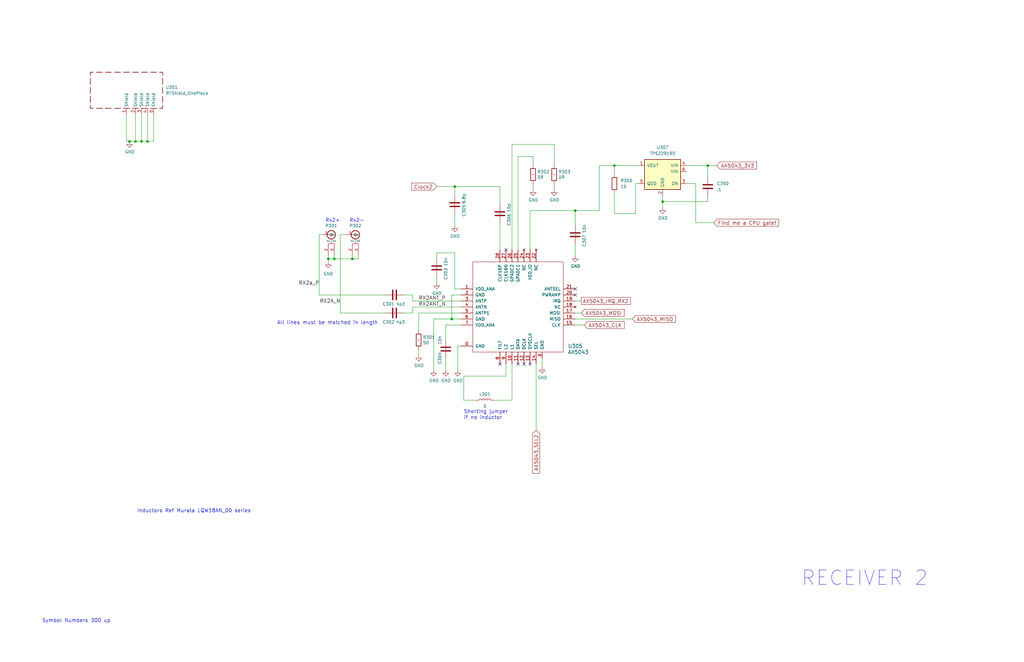
<source format=kicad_sch>
(kicad_sch (version 20230121) (generator eeschema)
  (paper "USLedger")
  (title_block (title "Radiation Tolerant PacSat Communication") (date "2023-06-17") (rev "A") (company "AMSAT-NA") (comment 1 "N5BRG"))
  (lib_symbols
    (symbol "Device:C" (pin_numbers hide) (pin_names (offset 0.254))
      (property "Reference" "C" (at 0.635 2.54 0))
      (property "Value" "C" (at 0.635 -2.54 0))
      (symbol "C_0_1"
        (polyline (pts (xy -2.032 -0.762) (xy 2.032 -0.762)) (stroke (width 0.508)))
        (polyline (pts (xy -2.032 0.762) (xy 2.032 0.762)) (stroke (width 0.508)))
      )
      (symbol "C_1_1"
        (pin passive line (at 0 3.81 270) (length 2.794) (name "~") (number "1"))
        (pin passive line (at 0 -3.81 90) (length 2.794) (name "~") (number "2"))
      )
    )
    (symbol "Device:L" (pin_numbers hide) (pin_names (offset 1.016) hide)
      (property "Reference" "L" (at -1.27 0 90))
      (property "Value" "L" (at 1.905 0 90))
      (symbol "L_0_1"
        (arc (start 0 -2.54) (mid 0.6323 -1.905) (end 0 -1.27))
        (arc (start 0 -1.27) (mid 0.6323 -0.635) (end 0 0))
        (arc (start 0 0) (mid 0.6323 0.635) (end 0 1.27))
        (arc (start 0 1.27) (mid 0.6323 1.905) (end 0 2.54))
      )
      (symbol "L_1_1"
        (pin passive line (at 0 3.81 270) (length 1.27) (name "1") (number "1"))
        (pin passive line (at 0 -3.81 90) (length 1.27) (name "2") (number "2"))
      )
    )
    (symbol "Device:R" (pin_numbers hide) (pin_names (offset 0))
      (property "Reference" "R" (at 2.032 0 90))
      (property "Value" "R" (at 0 0 90))
      (symbol "R_0_1"
        (rectangle (start -1.016 -2.54) (end 1.016 2.54) (stroke (width 0.254)))
      )
      (symbol "R_1_1"
        (pin passive line (at 0 3.81 270) (length 1.27) (name "~") (number "1"))
        (pin passive line (at 0 -3.81 90) (length 1.27) (name "~") (number "2"))
      )
    )
    (symbol "PACSAT_DEV_misc:AX5043" (pin_names (offset 1.016))
      (property "Reference" "U156" (at 16.51 -21.59 0))
      (property "Value" "AX5043" (at -5.08 0 0))
      (symbol "AX5043_0_1"
        (rectangle (start -19.05 19.05) (end 19.05 -19.05))
      )
      (symbol "AX5043_1_1"
        (pin passive line (at -24.13 -16.51 0) (length 5.08) (name "GND") (number "0"))
        (pin power_in line (at 10.16 -21.59 90) (length 2.54) (name "GND") (number "0"))
        (pin passive line (at -24.13 7.62 0) (length 5.08) (name "VDD_ANA") (number "1"))
        (pin passive line (at -2.54 -24.13 90) (length 5.08) (name "L1") (number "10"))
        (pin input line (at 0 -24.13 90) (length 5.08) (name "DATA") (number "11"))
        (pin input line (at 2.54 -24.13 90) (length 5.08) (name "DCLK") (number "12"))
        (pin output line (at 5.08 -24.13 90) (length 5.08) (name "SYSCLK") (number "13"))
        (pin input line (at 7.62 -24.13 90) (length 5.08) (name "SEL") (number "14"))
        (pin input line (at 24.13 -7.62 180) (length 5.08) (name "CLK") (number "15"))
        (pin tri_state line (at 24.13 -5.08 180) (length 5.08) (name "MISO") (number "16"))
        (pin input line (at 24.13 -2.54 180) (length 5.08) (name "MOSI") (number "17"))
        (pin no_connect line (at 24.13 0 180) (length 5.08) (name "NC") (number "18"))
        (pin output line (at 24.13 2.54 180) (length 5.08) (name "IRQ") (number "19"))
        (pin input line (at -24.13 5.08 0) (length 5.08) (name "GND") (number "2"))
        (pin output line (at 24.13 5.08 180) (length 5.08) (name "PWRAMP") (number "20"))
        (pin output line (at 24.13 7.62 180) (length 5.08) (name "ANTSEL") (number "21"))
        (pin no_connect line (at 7.62 24.13 270) (length 5.08) (name "NC") (number "22"))
        (pin passive line (at 5.08 24.13 270) (length 5.08) (name "VDD_IO") (number "23"))
        (pin no_connect line (at 2.54 24.13 270) (length 5.08) (name "NC") (number "24"))
        (pin input line (at 0 24.13 270) (length 5.08) (name "GPADC1") (number "25"))
        (pin input line (at -2.54 24.13 270) (length 5.08) (name "GPADC2") (number "26"))
        (pin passive line (at -5.08 24.13 270) (length 5.08) (name "CLK16N") (number "27"))
        (pin passive line (at -7.62 24.13 270) (length 5.08) (name "CLK16P") (number "28"))
        (pin bidirectional line (at -24.13 2.54 0) (length 5.08) (name "ANTP") (number "3"))
        (pin bidirectional line (at -24.13 0 0) (length 5.08) (name "ANTN") (number "4"))
        (pin output line (at -24.13 -2.54 0) (length 5.08) (name "ANTP1") (number "5"))
        (pin input line (at -24.13 -5.08 0) (length 5.08) (name "GND") (number "6"))
        (pin passive line (at -24.13 -7.62 0) (length 5.08) (name "VDD_ANA") (number "7"))
        (pin passive line (at -7.62 -24.13 90) (length 5.08) (name "FILT") (number "8"))
        (pin passive line (at -5.08 -24.13 90) (length 5.08) (name "L2") (number "9"))
      )
    )
    (symbol "PACSAT_DEV_misc:RF_SHIELD_BOX"
      (property "Reference" "U" (at -15.24 8.89 0))
      (symbol "RF_SHIELD_BOX_0_1"
        (polyline (pts (xy -16.51 -5.08) (xy -16.51 -2.54)) (stroke (width 0.254)))
        (polyline (pts (xy -16.51 -1.27) (xy -16.51 1.27)) (stroke (width 0.254)))
        (polyline (pts (xy -16.51 2.54) (xy -16.51 5.08)) (stroke (width 0.254)))
        (polyline (pts (xy -13.97 7.62) (xy -11.43 7.62)) (stroke (width 0.254)))
        (polyline (pts (xy -11.43 -7.62) (xy -13.97 -7.62)) (stroke (width 0.254)))
        (polyline (pts (xy -7.62 -7.62) (xy -10.16 -7.62)) (stroke (width 0.254)))
        (polyline (pts (xy -7.62 7.62) (xy -10.16 7.62)) (stroke (width 0.254)))
        (polyline (pts (xy -3.81 -7.62) (xy -6.35 -7.62)) (stroke (width 0.254)))
        (polyline (pts (xy -3.81 7.62) (xy -6.35 7.62)) (stroke (width 0.254)))
        (polyline (pts (xy -2.54 -7.62) (xy 0 -7.62)) (stroke (width 0.254)))
        (polyline (pts (xy 0 7.62) (xy -2.54 7.62)) (stroke (width 0.254)))
        (polyline (pts (xy 1.27 -7.62) (xy 3.81 -7.62)) (stroke (width 0.254)))
        (polyline (pts (xy 3.81 7.62) (xy 1.27 7.62)) (stroke (width 0.254)))
        (polyline (pts (xy 5.08 -7.62) (xy 7.62 -7.62)) (stroke (width 0.254)))
        (polyline (pts (xy 7.62 7.62) (xy 5.08 7.62)) (stroke (width 0.254)))
        (polyline (pts (xy 8.89 -7.62) (xy 11.43 -7.62)) (stroke (width 0.254)))
        (polyline (pts (xy 11.43 7.62) (xy 8.89 7.62)) (stroke (width 0.254)))
        (polyline (pts (xy 13.97 -5.08) (xy 13.97 -2.54)) (stroke (width 0.254)))
        (polyline (pts (xy 13.97 -1.27) (xy 13.97 1.27)) (stroke (width 0.254)))
        (polyline (pts (xy 13.97 2.54) (xy 13.97 5.08)) (stroke (width 0.254)))
        (polyline (pts (xy -16.51 6.35) (xy -16.51 7.62) (xy -15.24 7.62)) (stroke (width 0.254)))
        (polyline (pts (xy -15.24 -7.62) (xy -16.51 -7.62) (xy -16.51 -6.35)) (stroke (width 0.254)))
        (polyline (pts (xy 12.7 -7.62) (xy 13.97 -7.62) (xy 13.97 -6.35)) (stroke (width 0.254)))
        (polyline (pts (xy 13.97 6.35) (xy 13.97 7.62) (xy 12.7 7.62)) (stroke (width 0.254)))
      )
      (symbol "RF_SHIELD_BOX_1_1"
        (pin power_in line (at -1.27 -10.16 90) (length 2.54) (name "Shield") (number "1"))
        (pin power_in line (at 2.54 -10.16 90) (length 2.54) (name "Shield") (number "2"))
        (pin power_in line (at 5.08 -10.16 90) (length 2.54) (name "Shield") (number "3"))
        (pin power_in line (at 7.62 -10.16 90) (length 2.54) (name "Shield") (number "4"))
        (pin power_in line (at 10.16 -10.16 90) (length 2.54) (name "Shield") (number "5"))
      )
    )
    (symbol "PACSAT_DEV_misc:U_FL"
      (property "Reference" "U" (at -3.81 2.54 0))
      (symbol "U_FL_0_1"
        (polyline (pts (xy -1.27 -3.81) (xy 1.27 -3.81)))
        (polyline (pts (xy 0 -3.81) (xy 0 -1.778)))
        (circle (center 0 0) (radius 0.508) (stroke (width 0.2032)))
        (circle (center 0 0) (radius 1.778) (stroke (width 0.3048)))
      )
      (symbol "U_FL_1_1"
        (pin bidirectional line (at -3.81 0 0) (length 3.302) (name "In") (number "1"))
        (pin power_in line (at -1.27 -8.89 90) (length 5.08) (name "2") (number "2"))
        (pin power_in line (at 1.27 -8.89 90) (length 5.08) (name "3") (number "3"))
      )
    )
    (symbol "Power_Management:TPS22929D" (pin_names (offset 1.016))
      (property "Reference" "U96" (at 0 12.7 0))
      (property "Value" "TPS22919D" (at 0 10.16 0))
      (symbol "TPS22929D_0_1"
        (rectangle (start -7.62 7.62) (end 7.62 -5.08) (stroke (width 0.254)) (fill (type background)))
      )
      (symbol "TPS22929D_1_1"
        (pin power_out line (at 10.16 5.08 180) (length 2.54) (name "VOUT") (number "1"))
        (pin power_in line (at 0 -7.62 90) (length 2.54) (name "GND") (number "2"))
        (pin input line (at -10.16 -2.54 0) (length 2.54) (name "ON") (number "3"))
        (pin power_in line (at -10.16 5.08 0) (length 2.54) (name "VIN") (number "4"))
        (pin power_in line (at 10.16 -2.54 180) (length 2.54) (name "QOD") (number "5"))
        (pin power_in line (at -10.16 2.54 0) (length 2.54) (name "VIN") (number "6"))
      )
    )
    (symbol "power:GND" (power) (pin_names (offset 0))
      (property "Value" "GND" (at 0 -3.81 0))
      (symbol "GND_0_1"
        (polyline (pts (xy 0 0) (xy 0 -1.27) (xy 1.27 -1.27) (xy 0 -2.54) (xy -1.27 -1.27) (xy 0 -1.27)))
      )
      (symbol "GND_1_1"
        (pin power_in line (at 0 0 270) (length 0) hide (name "GND") (number "1"))
      )
    )
  )
  (junction (at 140.97 109.22))
  (junction (at 57.15 59.69))
  (junction (at 190.5 134.62))
  (junction (at 148.59 109.22))
  (junction (at 298.45 69.85))
  (junction (at 259.08 69.85))
  (junction (at 138.43 109.22))
  (junction (at 59.69 59.69))
  (junction (at 279.4 85.09))
  (junction (at 62.23 59.69))
  (junction (at 191.77 78.74))
  (junction (at 54.61 59.69))
  (junction (at 242.57 88.9))
  (no_connect (at 220.98 153.67))
  (no_connect (at 210.82 153.67))
  (no_connect (at 213.36 105.41))
  (no_connect (at 242.57 121.92))
  (no_connect (at 223.52 153.67))
  (no_connect (at 218.44 153.67))
  (no_connect (at 242.57 124.46))
  (wire (pts (xy 218.44 66.04) (xy 224.79 66.04)))
  (wire (pts (xy 191.77 106.68) (xy 184.15 106.68)))
  (wire (pts (xy 279.4 85.09) (xy 279.4 87.63)))
  (wire (pts (xy 190.5 134.62) (xy 194.31 134.62)))
  (wire (pts (xy 143.51 132.08) (xy 162.56 132.08)))
  (wire (pts (xy 298.45 69.85) (xy 298.45 74.93)))
  (wire (pts (xy 242.57 88.9) (xy 252.73 88.9)))
  (wire (pts (xy 176.53 132.08) (xy 194.31 132.08)))
  (wire (pts (xy 233.68 60.96) (xy 233.68 69.85)))
  (wire (pts (xy 53.34 48.26) (xy 53.34 59.69)))
  (wire (pts (xy 279.4 82.55) (xy 279.4 85.09)))
  (wire (pts (xy 191.77 78.74) (xy 191.77 82.55)))
  (wire (pts (xy 208.28 168.91) (xy 215.9 168.91)))
  (wire (pts (xy 138.43 109.22) (xy 140.97 109.22)))
  (wire (pts (xy 140.97 109.22) (xy 148.59 109.22)))
  (wire (pts (xy 191.77 121.92) (xy 191.77 106.68)))
  (wire (pts (xy 210.82 78.74) (xy 191.77 78.74)))
  (wire (pts (xy 140.97 107.95) (xy 140.97 109.22)))
  (wire (pts (xy 59.69 59.69) (xy 62.23 59.69)))
  (wire (pts (xy 213.36 158.75) (xy 195.58 158.75)))
  (wire (pts (xy 267.97 90.17) (xy 267.97 77.47)))
  (wire (pts (xy 184.15 106.68) (xy 184.15 109.22)))
  (wire (pts (xy 242.57 95.25) (xy 242.57 88.9)))
  (wire (pts (xy 184.15 116.84) (xy 184.15 119.38)))
  (wire (pts (xy 267.97 77.47) (xy 269.24 77.47)))
  (wire (pts (xy 173.99 132.08) (xy 173.99 129.54)))
  (wire (pts (xy 259.08 69.85) (xy 259.08 73.66)))
  (wire (pts (xy 143.51 99.06) (xy 143.51 132.08)))
  (wire (pts (xy 57.15 59.69) (xy 59.69 59.69)))
  (wire (pts (xy 57.15 48.26) (xy 57.15 59.69)))
  (wire (pts (xy 218.44 66.04) (xy 218.44 105.41)))
  (wire (pts (xy 138.43 109.22) (xy 138.43 110.49)))
  (wire (pts (xy 259.08 81.28) (xy 259.08 90.17)))
  (wire (pts (xy 279.4 85.09) (xy 298.45 85.09)))
  (wire (pts (xy 182.88 134.62) (xy 190.5 134.62)))
  (wire (pts (xy 215.9 153.67) (xy 215.9 168.91)))
  (wire (pts (xy 62.23 59.69) (xy 64.77 59.69)))
  (wire (pts (xy 289.56 77.47) (xy 293.37 77.47)))
  (wire (pts (xy 289.56 69.85) (xy 298.45 69.85)))
  (wire (pts (xy 259.08 69.85) (xy 252.73 69.85)))
  (wire (pts (xy 193.04 146.05) (xy 193.04 156.21)))
  (wire (pts (xy 195.58 158.75) (xy 195.58 168.91)))
  (wire (pts (xy 194.31 124.46) (xy 190.5 124.46)))
  (wire (pts (xy 269.24 69.85) (xy 259.08 69.85)))
  (wire (pts (xy 223.52 88.9) (xy 242.57 88.9)))
  (wire (pts (xy 233.68 77.47) (xy 233.68 80.01)))
  (wire (pts (xy 242.57 127) (xy 245.11 127)))
  (wire (pts (xy 135.89 99.06) (xy 134.62 99.06)))
  (wire (pts (xy 242.57 132.08) (xy 245.11 132.08)))
  (wire (pts (xy 252.73 69.85) (xy 252.73 88.9)))
  (wire (pts (xy 226.06 153.67) (xy 226.06 181.61)))
  (wire (pts (xy 224.79 77.47) (xy 224.79 80.01)))
  (wire (pts (xy 173.99 127) (xy 194.31 127)))
  (wire (pts (xy 210.82 78.74) (xy 210.82 86.36)))
  (wire (pts (xy 134.62 99.06) (xy 134.62 124.46)))
  (wire (pts (xy 242.57 102.87) (xy 242.57 107.95)))
  (wire (pts (xy 54.61 59.69) (xy 57.15 59.69)))
  (wire (pts (xy 293.37 77.47) (xy 293.37 93.98)))
  (wire (pts (xy 187.96 137.16) (xy 187.96 143.51)))
  (wire (pts (xy 148.59 107.95) (xy 148.59 109.22)))
  (wire (pts (xy 194.31 146.05) (xy 193.04 146.05)))
  (wire (pts (xy 215.9 60.96) (xy 233.68 60.96)))
  (wire (pts (xy 223.52 105.41) (xy 223.52 88.9)))
  (wire (pts (xy 62.23 48.26) (xy 62.23 59.69)))
  (wire (pts (xy 259.08 90.17) (xy 267.97 90.17)))
  (wire (pts (xy 194.31 121.92) (xy 191.77 121.92)))
  (wire (pts (xy 138.43 107.95) (xy 138.43 109.22)))
  (wire (pts (xy 170.18 132.08) (xy 173.99 132.08)))
  (wire (pts (xy 170.18 124.46) (xy 173.99 124.46)))
  (wire (pts (xy 146.05 99.06) (xy 143.51 99.06)))
  (wire (pts (xy 182.88 156.21) (xy 182.88 134.62)))
  (wire (pts (xy 298.45 69.85) (xy 302.26 69.85)))
  (wire (pts (xy 195.58 168.91) (xy 200.66 168.91)))
  (wire (pts (xy 173.99 124.46) (xy 173.99 127)))
  (wire (pts (xy 148.59 109.22) (xy 151.13 109.22)))
  (wire (pts (xy 134.62 124.46) (xy 162.56 124.46)))
  (wire (pts (xy 242.57 137.16) (xy 246.38 137.16)))
  (wire (pts (xy 242.57 134.62) (xy 266.7 134.62)))
  (wire (pts (xy 293.37 93.98) (xy 300.99 93.98)))
  (wire (pts (xy 151.13 107.95) (xy 151.13 109.22)))
  (wire (pts (xy 228.6 151.13) (xy 228.6 154.94)))
  (wire (pts (xy 59.69 48.26) (xy 59.69 59.69)))
  (wire (pts (xy 215.9 60.96) (xy 215.9 105.41)))
  (wire (pts (xy 210.82 93.98) (xy 210.82 105.41)))
  (wire (pts (xy 176.53 132.08) (xy 176.53 139.7)))
  (wire (pts (xy 64.77 48.26) (xy 64.77 59.69)))
  (wire (pts (xy 173.99 129.54) (xy 194.31 129.54)))
  (wire (pts (xy 194.31 137.16) (xy 187.96 137.16)))
  (wire (pts (xy 53.34 59.69) (xy 54.61 59.69)))
  (wire (pts (xy 187.96 151.13) (xy 187.96 156.21)))
  (wire (pts (xy 190.5 124.46) (xy 190.5 134.62)))
  (wire (pts (xy 191.77 90.17) (xy 191.77 95.25)))
  (wire (pts (xy 298.45 82.55) (xy 298.45 85.09)))
  (wire (pts (xy 184.15 78.74) (xy 191.77 78.74)))
  (wire (pts (xy 213.36 153.67) (xy 213.36 158.75)))
  (wire (pts (xy 224.79 66.04) (xy 224.79 69.85)))
  (wire (pts (xy 176.53 147.32) (xy 176.53 149.86)))
  (text "Inductors Ref Murata LQW18AN_00 series" (at 57.785 216.535 0) (effects (font (size 1.524 1.524)) (justify left bottom)))
  (text "Rx2-" (at 147.32 93.98 0) (effects (font (size 1.524 1.524)) (justify left bottom)))
  (text "All lines must be matched in length" (at 116.84 137.16 0) (effects (font (size 1.524 1.524)) (justify left bottom)))
  (text "Rx2+" (at 137.16 93.98 0) (effects (font (size 1.524 1.524)) (justify left bottom)))
  (text "Symbol Numbers 300 up" (at 17.78 262.89 0) (effects (font (size 1.524 1.524)) (justify left bottom)))
  (text "Shorting jumper\nif no inductor" (at 195.58 177.165 0) (effects (font (size 1.524 1.524)) (justify left bottom)))
  (text "RECEIVER 2" (at 337.82 247.65 0) (effects (font (size 6.096 6.096)) (justify left bottom)))
  (label "RX2ANT_P" (at 176.53 127 0) (effects (font (size 1.524 1.524))))
  (label "RX2A_N" (at 143.51 128.27 180) (effects (font (size 1.524 1.524))))
  (label "RX2a_P" (at 134.62 120.65 180) (effects (font (size 1.524 1.524))))
  (label "RX2ANT_N" (at 176.53 129.54 0) (effects (font (size 1.524 1.524))))
  (global_label "AX5043_MISO" (shape input) (at 266.7 134.62 0) (effects (font (size 1.524 1.524))) (property "Intersheetrefs" "${INTERSHEET_REFS}" (effects hide)))
  (global_label "Clock2" (shape input) (at 184.15 78.74 180) (effects (font (size 1.524 1.524))) (property "Intersheetrefs" "${INTERSHEET_REFS}" (effects hide)))
  (global_label "AX5043_SEL2" (shape input) (at 226.06 181.61 270) (effects (font (size 1.524 1.524))) (property "Intersheetrefs" "${INTERSHEET_REFS}" (effects hide)))
  (global_label "AX5043_IRQ_RX2" (shape passive) (at 245.11 127 0) (effects (font (size 1.524 1.524))) (property "Intersheetrefs" "${INTERSHEET_REFS}" (effects hide)))
  (global_label "AX5043_CLK" (shape input) (at 246.38 137.16 0) (effects (font (size 1.524 1.524))) (property "Intersheetrefs" "${INTERSHEET_REFS}" (effects hide)))
  (global_label "Find me a CPU gate!" (shape input) (at 300.99 93.98 0) (effects (font (size 1.524 1.524))) (property "Intersheetrefs" "${INTERSHEET_REFS}" (effects hide)))
  (global_label "AX5043_MOSI" (shape input) (at 245.11 132.08 0) (effects (font (size 1.524 1.524))) (property "Intersheetrefs" "${INTERSHEET_REFS}" (effects hide)))
  (global_label "AX5043_3V3" (shape input) (at 302.26 69.85 0) (effects (font (size 1.524 1.524))) (property "Intersheetrefs" "${INTERSHEET_REFS}" (effects hide)))
  (symbol (lib_id "Device:C") (at 210.82 90.17 0) (unit 1)
    (property "Reference" "C306" (at 214.63 92.71 90))
    (property "Value" "10p" (at 214.63 87.63 90))
    (property "Footprint" "Capacitor_SMD:C_0603_1608Metric_Pad1.08x0.95mm_HandSolder" (effects hide))
    (property "Datasheet" "~" (at 210.82 90.17 0))
  )
  (symbol (lib_id "power:GND") (at 228.6 154.94 0) (unit 1)
    (property "Reference" "#PWR0310" (effects hide))
    (property "Value" "GND" (at 228.727 159.3342 0))
  )
  (symbol (lib_id "Device:R") (at 233.68 73.66 0) (unit 1)
    (property "Reference" "R303" (at 235.458 72.4916 0) (effects (justify left)))
    (property "Value" "0R" (at 235.458 74.803 0) (effects (justify left)))
    (property "Footprint" "Resistor_SMD:R_0603_1608Metric_Pad0.98x0.95mm_HandSolder" (effects hide))
    (property "Datasheet" "~" (at 233.68 73.66 0))
  )
  (symbol (lib_id "power:GND") (at 182.88 156.21 0) (unit 1)
    (property "Reference" "#PWR0304" (effects hide))
    (property "Value" "GND" (at 183.007 160.6042 0))
  )
  (symbol (lib_id "PACSAT_DEV_misc:RF_SHIELD_BOX") (at 54.61 38.1 0) (unit 1)
    (property "Reference" "U301" (at 69.85 36.83 0) (effects (justify left)))
    (property "Value" "RFShield_OnePiece" (at 69.85 39.37 0) (effects (justify left)))
    (property "Footprint" "PacSatDev_misc:RF_SHIELD_BMI_S_201_F_U301" (effects hide))
  )
  (symbol (lib_id "power:GND") (at 54.61 59.69 0) (unit 1)
    (property "Reference" "#PWR0618" (effects hide))
    (property "Value" "GND" (at 54.737 64.0842 0))
  )
  (symbol (lib_id "Device:C") (at 191.77 86.36 0) (unit 1)
    (property "Reference" "C305" (at 195.58 88.9 90))
    (property "Value" "6.8p" (at 195.58 83.82 90))
    (property "Footprint" "Capacitor_SMD:C_0603_1608Metric_Pad1.08x0.95mm_HandSolder" (effects hide))
    (property "Datasheet" "~" (at 191.77 86.36 0))
  )
  (symbol (lib_id "Device:C") (at 184.15 113.03 0) (unit 1)
    (property "Reference" "C303" (at 187.96 115.57 90))
    (property "Value" "10n" (at 187.96 110.49 90))
    (property "Footprint" "Capacitor_SMD:C_0603_1608Metric_Pad1.08x0.95mm_HandSolder" (effects hide))
    (property "Datasheet" "~" (at 184.15 113.03 0))
  )
  (symbol (lib_id "Device:C") (at 187.96 147.32 0) (unit 1)
    (property "Reference" "C304" (at 185.42 151.13 90))
    (property "Value" "10n" (at 185.42 143.51 90))
    (property "Footprint" "Capacitor_SMD:C_0603_1608Metric_Pad1.08x0.95mm_HandSolder" (effects hide))
    (property "Datasheet" "~" (at 187.96 147.32 0))
  )
  (symbol (lib_id "Device:C") (at 242.57 99.06 0) (unit 1)
    (property "Reference" "C307" (at 246.38 101.6 90))
    (property "Value" "10n" (at 246.38 96.52 90))
    (property "Footprint" "Capacitor_SMD:C_0603_1608Metric_Pad1.08x0.95mm_HandSolder" (effects hide))
    (property "Datasheet" "~" (at 242.57 99.06 0))
  )
  (symbol (lib_id "PACSAT_DEV_misc:U_FL") (at 149.86 99.06 0) (unit 1)
    (property "Reference" "P302" (at 147.32 95.25 0) (effects (justify left)))
    (property "Value" "~" (at 149.86 99.06 0))
    (property "Footprint" "PacSatDev_misc:U_FL" (effects hide))
  )
  (symbol (lib_id "power:GND") (at 224.79 80.01 0) (unit 1)
    (property "Reference" "#PWR0309" (effects hide))
    (property "Value" "GND" (at 224.917 84.4042 0))
  )
  (symbol (lib_id "power:GND") (at 193.04 156.21 0) (unit 1)
    (property "Reference" "#PWR0308" (effects hide))
    (property "Value" "GND" (at 193.167 160.6042 0))
  )
  (symbol (lib_id "power:GND") (at 191.77 95.25 0) (unit 1)
    (property "Reference" "#PWR0307" (effects hide))
    (property "Value" "GND" (at 191.897 99.6442 0))
  )
  (symbol (lib_id "Device:C") (at 298.45 78.74 0) (unit 1)
    (property "Reference" "C350" (at 302.26 77.47 0) (effects (justify left)))
    (property "Value" ".1" (at 302.26 80.01 0) (effects (justify left)))
  )
  (symbol (lib_id "power:GND") (at 242.57 107.95 0) (unit 1)
    (property "Reference" "#PWR0312" (effects hide))
    (property "Value" "GND" (at 242.697 112.3442 0))
  )
  (symbol (lib_id "Device:C") (at 166.37 124.46 270) (unit 1)
    (property "Reference" "C301" (at 163.83 128.27 90))
    (property "Value" "4p3" (at 168.91 128.27 90))
    (property "Footprint" "Capacitor_SMD:C_0603_1608Metric_Pad1.08x0.95mm_HandSolder" (effects hide))
    (property "Datasheet" "~" (at 166.37 124.46 0))
  )
  (symbol (lib_id "PACSAT_DEV_misc:AX5043") (at 218.44 129.54 0) (unit 1)
    (property "Reference" "U305" (at 242.57 146.05 0) (effects (font (size 1.524 1.524))))
    (property "Value" "AX5043" (at 243.84 148.59 0) (effects (font (size 1.524 1.524))))
    (property "Footprint" "PacSatDev_onsemi:QFN28" (effects hide))
  )
  (symbol (lib_id "Device:R") (at 259.08 77.47 0) (unit 1)
    (property "Reference" "R350" (at 261.62 76.2 0) (effects (justify left)))
    (property "Value" "10" (at 261.62 78.74 0) (effects (justify left)))
  )
  (symbol (lib_id "power:GND") (at 233.68 80.01 0) (unit 1)
    (property "Reference" "#PWR0311" (effects hide))
    (property "Value" "GND" (at 233.807 84.4042 0))
  )
  (symbol (lib_id "PACSAT_DEV_misc:U_FL") (at 139.7 99.06 0) (unit 1)
    (property "Reference" "P301" (at 137.16 95.25 0) (effects (justify left)))
    (property "Value" "~" (at 139.7 99.06 0))
    (property "Footprint" "PacSatDev_misc:U_FL" (effects hide))
  )
  (symbol (lib_id "Device:C") (at 166.37 132.08 270) (unit 1)
    (property "Reference" "C302" (at 163.83 135.89 90))
    (property "Value" "4p3" (at 168.91 135.89 90))
    (property "Footprint" "Capacitor_SMD:C_0603_1608Metric_Pad1.08x0.95mm_HandSolder" (effects hide))
    (property "Datasheet" "~" (at 166.37 132.08 0))
  )
  (symbol (lib_id "power:GND") (at 176.53 149.86 0) (unit 1)
    (property "Reference" "#PWR0303" (effects hide))
    (property "Value" "GND" (at 176.657 154.2542 0))
  )
  (symbol (lib_id "power:GND") (at 184.15 119.38 0) (unit 1)
    (property "Reference" "#PWR0305" (effects hide))
    (property "Value" "GND" (at 184.277 123.7742 0))
  )
  (symbol (lib_id "power:GND") (at 138.43 110.49 0) (unit 1)
    (property "Reference" "#PWR0302" (effects hide))
    (property "Value" "GND" (at 138.43 115.57 0))
  )
  (symbol (lib_id "Device:R") (at 176.53 143.51 0) (unit 1)
    (property "Reference" "R301" (at 178.308 142.3416 0) (effects (justify left)))
    (property "Value" "50" (at 178.308 144.653 0) (effects (justify left)))
    (property "Footprint" "Resistor_SMD:R_0603_1608Metric_Pad0.98x0.95mm_HandSolder" (effects hide))
    (property "Datasheet" "~" (at 176.53 143.51 0))
  )
  (symbol (lib_id "Device:R") (at 224.79 73.66 0) (unit 1)
    (property "Reference" "R302" (at 226.568 72.4916 0) (effects (justify left)))
    (property "Value" "0R" (at 226.568 74.803 0) (effects (justify left)))
    (property "Footprint" "Resistor_SMD:R_0603_1608Metric_Pad0.98x0.95mm_HandSolder" (effects hide))
    (property "Datasheet" "~" (at 224.79 73.66 0))
  )
  (symbol (lib_id "power:GND") (at 187.96 156.21 0) (unit 1)
    (property "Reference" "#PWR0306" (effects hide))
    (property "Value" "GND" (at 188.087 160.6042 0))
  )
  (symbol (lib_id "power:GND") (at 279.4 87.63 0) (unit 1)
    (property "Reference" "#PWR0214" (effects hide))
    (property "Value" "GND" (at 279.527 92.0242 0))
  )
  (symbol (lib_id "Device:L") (at 204.47 168.91 90) (unit 1)
    (property "Reference" "L301" (at 204.47 166.37 90))
    (property "Value" "0" (at 204.47 171.45 90))
    (property "Footprint" "PacSatDev_misc:L_Murata_LQH2MCNxxxx02_2.0x1.6mm" (effects hide))
  )
  (symbol (lib_id "Power_Management:TPS22929D") (at 279.4 74.93 0) (mirror y) (unit 1)
    (property "Reference" "U307" (at 279.4 62.23 0))
    (property "Value" "TPS22919D" (at 279.4 64.77 0))
    (property "Footprint" "Package_TO_SOT_SMD:SOT-23-6" (effects hide))
    (property "Datasheet" "http://www.ti.com/lit/ds/symlink/tps22929d.pdf" (effects hide))
  )
)
</source>
